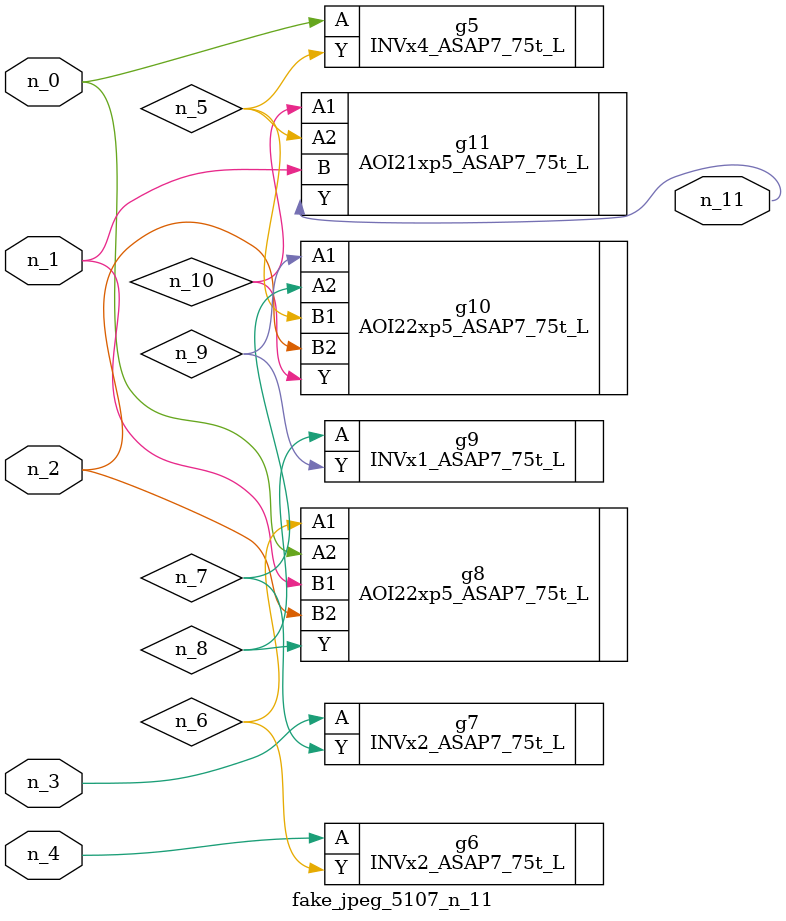
<source format=v>
module fake_jpeg_5107_n_11 (n_3, n_2, n_1, n_0, n_4, n_11);

input n_3;
input n_2;
input n_1;
input n_0;
input n_4;

output n_11;

wire n_10;
wire n_8;
wire n_9;
wire n_6;
wire n_5;
wire n_7;

INVx4_ASAP7_75t_L g5 ( 
.A(n_0),
.Y(n_5)
);

INVx2_ASAP7_75t_L g6 ( 
.A(n_4),
.Y(n_6)
);

INVx2_ASAP7_75t_L g7 ( 
.A(n_3),
.Y(n_7)
);

AOI22xp5_ASAP7_75t_L g8 ( 
.A1(n_6),
.A2(n_0),
.B1(n_1),
.B2(n_2),
.Y(n_8)
);

INVx1_ASAP7_75t_L g9 ( 
.A(n_8),
.Y(n_9)
);

AOI22xp5_ASAP7_75t_L g10 ( 
.A1(n_9),
.A2(n_7),
.B1(n_5),
.B2(n_2),
.Y(n_10)
);

AOI21xp5_ASAP7_75t_L g11 ( 
.A1(n_10),
.A2(n_5),
.B(n_1),
.Y(n_11)
);


endmodule
</source>
